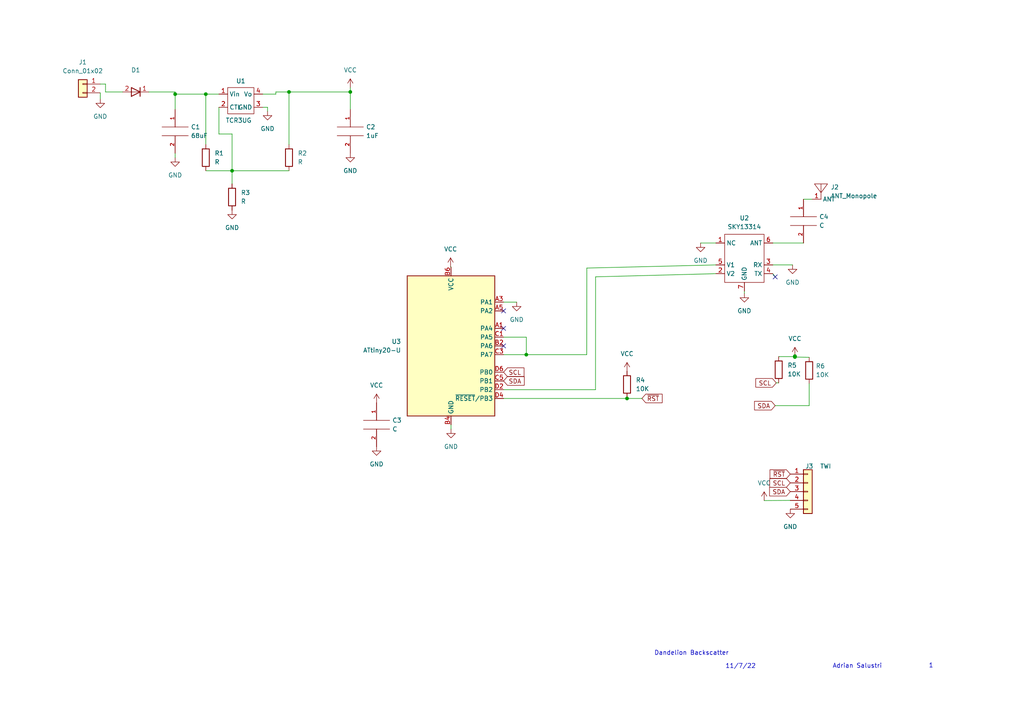
<source format=kicad_sch>
(kicad_sch (version 20211123) (generator eeschema)
  (paper "A4")
  (lib_symbols
    (symbol "Connector_Generic:Conn_01x02" (pin_names (offset 1.016) hide)
      (property "Reference" "J" (at 0 2.54 0))
      (property "Value" "Conn_01x02" (at 0 -5.08 0))
      (symbol "Conn_01x02_1_1"
        (rectangle (start -1.27 -2.413) (end 0 -2.667) (stroke (width 0.1524)))
        (rectangle (start -1.27 0.127) (end 0 -0.127) (stroke (width 0.1524)))
        (rectangle (start -1.27 1.27) (end 1.27 -3.81) (stroke (width 0.254)) (fill (type background)))
        (pin passive line (at -5.08 0 0) (length 3.81) (name "Pin_1") (number "1"))
        (pin passive line (at -5.08 -2.54 0) (length 3.81) (name "Pin_2") (number "2"))
      )
    )
    (symbol "Connector_Generic:Conn_01x05" (pin_names (offset 1.016) hide)
      (property "Reference" "J" (at 0 7.62 0))
      (property "Value" "Conn_01x05" (at 0 -7.62 0))
      (symbol "Conn_01x05_1_1"
        (rectangle (start -1.27 -4.953) (end 0 -5.207) (stroke (width 0.1524)))
        (rectangle (start -1.27 -2.413) (end 0 -2.667) (stroke (width 0.1524)))
        (rectangle (start -1.27 0.127) (end 0 -0.127) (stroke (width 0.1524)))
        (rectangle (start -1.27 2.667) (end 0 2.413) (stroke (width 0.1524)))
        (rectangle (start -1.27 5.207) (end 0 4.953) (stroke (width 0.1524)))
        (rectangle (start -1.27 6.35) (end 1.27 -6.35) (stroke (width 0.254)) (fill (type background)))
        (pin passive line (at -5.08 5.08 0) (length 3.81) (name "Pin_1") (number "1"))
        (pin passive line (at -5.08 2.54 0) (length 3.81) (name "Pin_2") (number "2"))
        (pin passive line (at -5.08 0 0) (length 3.81) (name "Pin_3") (number "3"))
        (pin passive line (at -5.08 -2.54 0) (length 3.81) (name "Pin_4") (number "4"))
        (pin passive line (at -5.08 -5.08 0) (length 3.81) (name "Pin_5") (number "5"))
      )
    )
    (symbol "Device:D" (pin_names (offset 1.016) hide)
      (property "Reference" "D" (at 0 2.54 0))
      (property "Value" "D" (at 0 -2.54 0))
      (symbol "D_0_1"
        (polyline (pts (xy -1.27 1.27) (xy -1.27 -1.27)) (stroke (width 0.254)))
        (polyline (pts (xy 1.27 0) (xy -1.27 0)))
        (polyline (pts (xy 1.27 1.27) (xy 1.27 -1.27) (xy -1.27 0) (xy 1.27 1.27)) (stroke (width 0.254)))
      )
      (symbol "D_1_1"
        (pin passive line (at -3.81 0 0) (length 2.54) (name "K") (number "1"))
        (pin passive line (at 3.81 0 180) (length 2.54) (name "A") (number "2"))
      )
    )
    (symbol "Device:R" (pin_numbers hide) (pin_names (offset 0))
      (property "Reference" "R" (at 2.032 0 90))
      (property "Value" "R" (at 0 0 90))
      (symbol "R_0_1"
        (rectangle (start -1.016 -2.54) (end 1.016 2.54) (stroke (width 0.254)))
      )
      (symbol "R_1_1"
        (pin passive line (at 0 3.81 270) (length 1.27) (name "~") (number "1"))
        (pin passive line (at 0 -3.81 90) (length 1.27) (name "~") (number "2"))
      )
    )
    (symbol "MCU_Microchip_ATtiny:ATtiny20-U"
      (property "Reference" "U" (at -12.7 21.59 0))
      (property "Value" "ATtiny20-U" (at 2.54 -21.59 0))
      (symbol "ATtiny20-U_0_1"
        (rectangle (start -12.7 -20.32) (end 12.7 20.32) (stroke (width 0.254)) (fill (type background)))
      )
      (symbol "ATtiny20-U_1_1"
        (pin bidirectional line (at 15.24 5.08 180) (length 2.54) (name "PA4") (number "A1"))
        (pin bidirectional line (at 15.24 12.7 180) (length 2.54) (name "PA1") (number "A3"))
        (pin bidirectional line (at 15.24 10.16 180) (length 2.54) (name "PA2") (number "A5"))
        (pin bidirectional line (at 15.24 0 180) (length 2.54) (name "PA6") (number "B2"))
        (pin power_in line (at 0 -22.86 90) (length 2.54) (name "GND") (number "B4"))
        (pin power_in line (at 0 22.86 270) (length 2.54) (name "VCC") (number "B6"))
        (pin bidirectional line (at 15.24 2.54 180) (length 2.54) (name "PA5") (number "C1"))
        (pin bidirectional line (at 15.24 -2.54 180) (length 2.54) (name "PA7") (number "C3"))
        (pin bidirectional line (at 15.24 -10.16 180) (length 2.54) (name "PB1") (number "C5"))
        (pin bidirectional line (at 15.24 -12.7 180) (length 2.54) (name "PB2") (number "D2"))
        (pin bidirectional line (at 15.24 -15.24 180) (length 2.54) (name "~{RESET}/PB3") (number "D4"))
        (pin bidirectional line (at 15.24 -7.62 180) (length 2.54) (name "PB0") (number "D6"))
      )
    )
    (symbol "power:GND" (power) (pin_names (offset 0))
      (property "Value" "GND" (at 0 -3.81 0))
      (symbol "GND_0_1"
        (polyline (pts (xy 0 0) (xy 0 -1.27) (xy 1.27 -1.27) (xy 0 -2.54) (xy -1.27 -1.27) (xy 0 -1.27)))
      )
      (symbol "GND_1_1"
        (pin power_in line (at 0 0 270) (length 0) hide (name "GND") (number "1"))
      )
    )
    (symbol "power:VCC" (power) (pin_names (offset 0))
      (property "Value" "VCC" (at 0 3.81 0))
      (symbol "VCC_0_1"
        (polyline (pts (xy -0.762 1.27) (xy 0 2.54)))
        (polyline (pts (xy 0 0) (xy 0 2.54)))
        (polyline (pts (xy 0 2.54) (xy 0.762 1.27)))
      )
      (symbol "VCC_1_1"
        (pin power_in line (at 0 0 90) (length 0) hide (name "VCC") (number "1"))
      )
    )
    (symbol "pspice:C" (pin_names (offset 0.254))
      (property "Reference" "C" (at 2.54 3.81 90))
      (property "Value" "C" (at 2.54 -3.81 90))
      (symbol "C_0_1"
        (polyline (pts (xy -3.81 -1.27) (xy 3.81 -1.27)))
        (polyline (pts (xy -3.81 1.27) (xy 3.81 1.27)))
      )
      (symbol "C_1_1"
        (pin passive line (at 0 6.35 270) (length 5.08) (name "~") (number "1"))
        (pin passive line (at 0 -6.35 90) (length 5.08) (name "~") (number "2"))
      )
    )
    (symbol "rf_backscatter:ANT_Monopole"
      (property "Reference" "J" (at -4.445 1.27 0))
      (property "Value" "ANT_Monopole" (at -0.635 3.81 0))
      (symbol "ANT_Monopole_0_1"
        (polyline (pts (xy 0 -2.54) (xy 0 -0.635) (xy -1.905 1.905) (xy 1.905 1.905) (xy 0 -0.635) (xy 0 1.905)))
      )
      (symbol "ANT_Monopole_1_1"
        (pin input line (at -2.54 -2.54 0) (length 2.54) (name "ANT") (number "1"))
      )
    )
    (symbol "rf_backscatter:SKY13314"
      (property "Reference" "U" (at -1.905 8.255 0))
      (property "Value" "SKY13314" (at 0 1.905 0))
      (symbol "SKY13314_0_1"
        (rectangle (start -5.715 6.985) (end 5.715 -6.985))
      )
      (symbol "SKY13314_1_1"
        (pin passive line (at -8.255 4.445 0) (length 2.54) (name "NC") (number "1"))
        (pin input line (at -8.255 -4.445 0) (length 2.54) (name "V2") (number "2"))
        (pin input line (at 8.255 -1.905 180) (length 2.54) (name "RX") (number "3"))
        (pin output line (at 8.255 -4.445 180) (length 2.54) (name "TX") (number "4"))
        (pin input line (at -8.255 -1.905 0) (length 2.54) (name "V1") (number "5"))
        (pin output line (at 8.255 4.445 180) (length 2.54) (name "ANT") (number "6"))
        (pin input line (at 0 -9.525 90) (length 2.54) (name "GND") (number "7"))
      )
    )
    (symbol "rf_backscatter:TCR3UG"
      (property "Reference" "U" (at 0 5.715 0))
      (property "Value" "TCR3UG" (at -0.635 -5.715 0))
      (symbol "TCR3UG_0_1"
        (rectangle (start -3.81 3.81) (end 3.81 -3.81))
      )
      (symbol "TCR3UG_1_1"
        (pin input line (at -6.35 1.905 0) (length 2.54) (name "Vin") (number "1"))
        (pin input line (at -6.35 -1.905 0) (length 2.54) (name "CTL") (number "2"))
        (pin input line (at 6.35 -1.905 180) (length 2.54) (name "GND") (number "3"))
        (pin input line (at 6.35 1.905 180) (length 2.54) (name "Vo") (number "4"))
      )
    )
  )
  (junction (at 59.69 27.305))
  (junction (at 230.5558 103.4288))
  (junction (at 83.82 26.67))
  (junction (at 50.8 27.305))
  (junction (at 101.6 26.67))
  (junction (at 230.5558 103.3018))
  (junction (at 181.864 115.57))
  (junction (at 230.5558 103.5558))
  (junction (at 152.654 102.87))
  (junction (at 67.31 49.53))
  (no_connect (at 146.05 100.33))
  (no_connect (at 146.05 90.17))
  (no_connect (at 146.05 95.25))
  (no_connect (at 224.8408 80.3148))
  (wire (pts (xy 146.05 102.87) (xy 152.654 102.87)))
  (wire (pts (xy 63.5 31.115) (xy 63.5 38.862)))
  (wire (pts (xy 149.86 87.63) (xy 146.05 87.63)))
  (wire (pts (xy 215.9 84.455) (xy 215.9 85.09)))
  (wire (pts (xy 59.69 27.305) (xy 59.69 41.91)))
  (wire (pts (xy 225.8568 103.4288) (xy 230.5558 103.4288)))
  (wire (pts (xy 80.01 26.67) (xy 83.82 26.67)))
  (wire (pts (xy 83.82 26.67) (xy 83.82 41.91)))
  (wire (pts (xy 63.5 38.862) (xy 67.31 38.862)))
  (wire (pts (xy 67.31 49.53) (xy 67.31 53.34)))
  (wire (pts (xy 146.05 97.79) (xy 152.654 97.79)))
  (wire (pts (xy 172.72 113.03) (xy 172.7454 80.2894)))
  (wire (pts (xy 67.31 38.862) (xy 67.31 49.53)))
  (wire (pts (xy 130.81 77.47) (xy 130.683 77.343)))
  (wire (pts (xy 67.31 49.53) (xy 83.82 49.53)))
  (wire (pts (xy 221.6404 145.1864) (xy 229.2096 145.1356)))
  (wire (pts (xy 170.18 102.87) (xy 170.2054 77.7494)))
  (wire (pts (xy 224.8408 80.3148) (xy 224.155 79.375)))
  (wire (pts (xy 233.045 70.485) (xy 224.155 70.485)))
  (wire (pts (xy 30.607 26.67) (xy 30.607 24.384)))
  (wire (pts (xy 101.6 26.67) (xy 101.6 31.75)))
  (wire (pts (xy 30.607 24.384) (xy 29.083 24.384)))
  (wire (pts (xy 230.5558 103.4288) (xy 230.5558 103.3018)))
  (wire (pts (xy 152.654 102.87) (xy 170.18 102.87)))
  (wire (pts (xy 234.696 111.252) (xy 234.696 117.6528)))
  (wire (pts (xy 50.8 27.305) (xy 50.8 31.75)))
  (wire (pts (xy 101.6 25.4) (xy 101.6 26.67)))
  (wire (pts (xy 76.2 31.115) (xy 77.597 31.115)))
  (wire (pts (xy 224.8408 117.6528) (xy 234.696 117.6528)))
  (wire (pts (xy 234.696 103.632) (xy 230.5558 103.5558)))
  (wire (pts (xy 50.8 26.67) (xy 50.8 27.305)))
  (wire (pts (xy 146.05 113.03) (xy 172.72 113.03)))
  (wire (pts (xy 35.56 26.67) (xy 30.607 26.67)))
  (wire (pts (xy 152.654 97.79) (xy 152.654 102.87)))
  (wire (pts (xy 59.69 27.305) (xy 63.5 27.305)))
  (wire (pts (xy 59.69 49.53) (xy 67.31 49.53)))
  (wire (pts (xy 181.864 115.316) (xy 181.864 115.57)))
  (wire (pts (xy 43.18 26.67) (xy 50.8 26.67)))
  (wire (pts (xy 130.81 123.19) (xy 130.81 124.46)))
  (wire (pts (xy 229.87 76.835) (xy 224.155 76.835)))
  (wire (pts (xy 203.2 70.485) (xy 207.645 70.485)))
  (wire (pts (xy 77.597 31.115) (xy 77.597 32.258)))
  (wire (pts (xy 181.864 115.57) (xy 186.182 115.57)))
  (wire (pts (xy 76.2 27.305) (xy 80.01 27.305)))
  (wire (pts (xy 50.8 44.45) (xy 50.8 45.72)))
  (wire (pts (xy 29.083 28.702) (xy 29.083 26.924)))
  (wire (pts (xy 181.864 115.57) (xy 146.05 115.57)))
  (wire (pts (xy 225.1456 111.0488) (xy 225.8568 111.0488)))
  (wire (pts (xy 235.585 57.785) (xy 233.045 57.785)))
  (wire (pts (xy 50.8 27.305) (xy 59.69 27.305)))
  (wire (pts (xy 172.7454 80.2894) (xy 207.645 79.375)))
  (wire (pts (xy 230.5558 103.5558) (xy 230.5558 103.4288)))
  (wire (pts (xy 83.82 26.67) (xy 101.6 26.67)))
  (wire (pts (xy 80.01 27.305) (xy 80.01 26.67)))
  (wire (pts (xy 170.2054 77.7494) (xy 207.645 76.835)))
  (text "1" (at 269.3416 193.9036 0) (effects (font (size 1.27 1.27)) (justify left bottom)))
  (text "Dandelion Backscatter" (at 189.738 190.246 0) (effects (font (size 1.27 1.27)) (justify left bottom)))
  (text "11/7/22\n" (at 210.3628 194.056 0) (effects (font (size 1.27 1.27)) (justify left bottom)))
  (text "Adrian Salustri\n" (at 241.4524 194.0052 0) (effects (font (size 1.27 1.27)) (justify left bottom)))
  (global_label "~{RST}" (shape input) (at 229.2096 137.5156 180) (property "Intersheet References" "${INTERSHEET_REFS}" (effects hide)))
  (global_label "SCL" (shape input) (at 225.1456 111.0488 180) (property "Intersheet References" "${INTERSHEET_REFS}" (effects hide)))
  (global_label "SDA" (shape input) (at 224.8408 117.6528 180) (property "Intersheet References" "${INTERSHEET_REFS}" (effects hide)))
  (global_label "SCL" (shape input) (at 146.05 107.95 0) (property "Intersheet References" "${INTERSHEET_REFS}" (effects hide)))
  (global_label "SDA" (shape input) (at 229.2096 142.5956 180) (property "Intersheet References" "${INTERSHEET_REFS}" (effects hide)))
  (global_label "SCL" (shape input) (at 229.2096 140.0556 180) (property "Intersheet References" "${INTERSHEET_REFS}" (effects hide)))
  (global_label "SDA" (shape input) (at 146.05 110.49 0) (property "Intersheet References" "${INTERSHEET_REFS}" (effects hide)))
  (global_label "~{RST}" (shape input) (at 186.182 115.57 0) (property "Intersheet References" "${INTERSHEET_REFS}" (effects hide)))
  (symbol (lib_id "Device:R") (at 181.864 111.506 0) (unit 1)
    (property "Reference" "R4" (at 184.404 110.2359 0) (effects (justify left)))
    (property "Value" "10K" (at 184.404 112.7759 0) (effects (justify left)))
    (property "Footprint" "Resistor_SMD:R_0402_1005Metric" (effects hide))
    (property "Notes" "0402 Metric" (effects hide))
  )
  (symbol (lib_id "power:GND") (at 50.8 45.72 0) (unit 1)
    (property "Reference" "#PWR0114" (effects hide))
    (property "Value" "GND" (at 50.8 50.8 0))
  )
  (symbol (lib_id "power:GND") (at 67.31 60.96 0) (unit 1)
    (property "Reference" "#PWR0110" (effects hide))
    (property "Value" "GND" (at 67.31 66.04 0))
  )
  (symbol (lib_id "power:GND") (at 101.6 44.45 0) (unit 1)
    (property "Reference" "#PWR0113" (effects hide))
    (property "Value" "GND" (at 101.6 49.53 0))
  )
  (symbol (lib_id "power:GND") (at 215.9 85.09 0) (unit 1)
    (property "Reference" "#PWR0104" (effects hide))
    (property "Value" "GND" (at 215.9 90.17 0))
  )
  (symbol (lib_id "Connector_Generic:Conn_01x02") (at 24.003 24.384 0) (mirror y) (unit 1)
    (property "Reference" "J1" (at 24.003 18.034 0))
    (property "Value" "Conn_01x02" (at 24.003 20.574 0))
    (property "Footprint" "wind-dispersed-rf-footprints:Dandelion_PVcell_connector" (effects hide))
  )
  (symbol (lib_id "pspice:C") (at 233.045 64.135 0) (unit 1)
    (property "Reference" "C4" (at 237.617 62.8649 0) (effects (justify left)))
    (property "Value" "C" (at 237.617 65.4049 0) (effects (justify left)))
    (property "Footprint" "Capacitor_SMD:C_0402_1005Metric_Pad0.74x0.62mm_HandSolder" (effects hide))
  )
  (symbol (lib_id "MCU_Microchip_ATtiny:ATtiny20-U") (at 130.81 100.33 0) (unit 1)
    (property "Reference" "U3" (at 116.332 99.0599 0) (effects (justify right)))
    (property "Value" "ATtiny20-U" (at 116.332 101.5999 0) (effects (justify right)))
    (property "Footprint" "Package_CSP:WLCSP-12_1.403x1.555mm_P0.4mm_Stagger" (effects hide))
    (property "Datasheet" "http://ww1.microchip.com/downloads/en/DeviceDoc/atmel-8235-8-bit-avr-microcontroller-attiny20_datasheet.pdf" (effects hide))
  )
  (symbol (lib_id "power:VCC") (at 109.22 116.84 0) (unit 1)
    (property "Reference" "#PWR0107" (effects hide))
    (property "Value" "VCC" (at 109.22 111.76 0))
  )
  (symbol (lib_id "power:VCC") (at 181.864 107.696 0) (unit 1)
    (property "Reference" "#PWR0105" (effects hide))
    (property "Value" "VCC" (at 181.864 102.616 0))
  )
  (symbol (lib_id "pspice:C") (at 50.8 38.1 0) (unit 1)
    (property "Reference" "C1" (at 55.372 36.8299 0) (effects (justify left)))
    (property "Value" "68uF" (at 55.372 39.3699 0) (effects (justify left)))
    (property "Footprint" "Capacitor_SMD:C_0603_1608Metric_Pad1.08x0.95mm_HandSolder" (effects hide))
  )
  (symbol (lib_id "Device:R") (at 59.69 45.72 0) (unit 1)
    (property "Reference" "R1" (at 62.23 44.4499 0) (effects (justify left)))
    (property "Value" "R" (at 62.23 46.9899 0) (effects (justify left)))
    (property "Footprint" "Resistor_SMD:R_0402_1005Metric_Pad0.72x0.64mm_HandSolder" (effects hide))
  )
  (symbol (lib_id "power:VCC") (at 221.6404 145.1864 0) (unit 1)
    (property "Reference" "#PWR0102" (effects hide))
    (property "Value" "VCC" (at 221.6404 140.1064 0))
  )
  (symbol (lib_id "rf_backscatter:TCR3UG") (at 69.85 29.21 0) (unit 1)
    (property "Reference" "U1" (at 69.85 23.495 0))
    (property "Value" "TCR3UG" (at 69.215 34.925 0))
    (property "Footprint" "wind-dispersed-rf-footprints:TCR3UG" (effects hide))
    (property "Datasheet" "https://www.digikey.com/en/products/detail/toshiba-semiconductor-and-storage/TCR3UG28A-LF/7802136" (effects hide))
  )
  (symbol (lib_id "power:VCC") (at 230.5558 103.3018 0) (unit 1)
    (property "Reference" "#PWR01" (effects hide))
    (property "Value" "VCC" (at 230.5558 98.2218 0))
  )
  (symbol (lib_id "power:GND") (at 109.22 129.54 0) (unit 1)
    (property "Reference" "#PWR0109" (effects hide))
    (property "Value" "GND" (at 109.22 134.62 0))
  )
  (symbol (lib_id "Device:R") (at 225.8568 107.2388 0) (unit 1)
    (property "Reference" "R5" (at 228.3968 105.9687 0) (effects (justify left)))
    (property "Value" "10K" (at 228.3968 108.5087 0) (effects (justify left)))
    (property "Footprint" "Resistor_SMD:R_0402_1005Metric" (effects hide))
    (property "Notes" "0402 Metric" (effects hide))
  )
  (symbol (lib_id "power:GND") (at 149.86 87.63 0) (unit 1)
    (property "Reference" "#PWR?" (effects hide))
    (property "Value" "GND" (at 149.86 92.71 0))
  )
  (symbol (lib_id "power:GND") (at 203.2 70.485 0) (unit 1)
    (property "Reference" "#PWR0116" (effects hide))
    (property "Value" "GND" (at 203.2 75.565 0))
  )
  (symbol (lib_id "pspice:C") (at 101.6 38.1 0) (unit 1)
    (property "Reference" "C2" (at 106.172 36.8299 0) (effects (justify left)))
    (property "Value" "1uF" (at 106.172 39.3699 0) (effects (justify left)))
    (property "Footprint" "Capacitor_SMD:C_0402_1005Metric_Pad0.74x0.62mm_HandSolder" (effects hide))
  )
  (symbol (lib_id "pspice:C") (at 109.22 123.19 0) (unit 1)
    (property "Reference" "C3" (at 113.792 121.9199 0) (effects (justify left)))
    (property "Value" "C" (at 113.792 124.4599 0) (effects (justify left)))
    (property "Footprint" "Capacitor_SMD:C_0402_1005Metric_Pad0.74x0.62mm_HandSolder" (effects hide))
  )
  (symbol (lib_id "power:GND") (at 130.81 124.46 0) (unit 1)
    (property "Reference" "#PWR0108" (effects hide))
    (property "Value" "GND" (at 130.81 129.54 0))
  )
  (symbol (lib_id "rf_backscatter:SKY13314") (at 215.9 74.93 0) (unit 1)
    (property "Reference" "U2" (at 215.9 63.246 0))
    (property "Value" "SKY13314" (at 215.9 65.786 0))
    (property "Footprint" "wind-dispersed-rf-footprints:SKY13314-374LF" (effects hide))
    (property "Datasheet" "https://www.skyworksinc.com/-/media/SkyWorks/Documents/Products/101-200/SKY13314_374LF_200882J.pdf" (effects hide))
  )
  (symbol (lib_id "power:GND") (at 77.597 32.258 0) (unit 1)
    (property "Reference" "#PWR0112" (effects hide))
    (property "Value" "GND" (at 77.597 37.338 0))
  )
  (symbol (lib_id "Device:R") (at 83.82 45.72 0) (unit 1)
    (property "Reference" "R2" (at 86.36 44.4499 0) (effects (justify left)))
    (property "Value" "R" (at 86.36 46.9899 0) (effects (justify left)))
    (property "Footprint" "Resistor_SMD:R_0402_1005Metric_Pad0.72x0.64mm_HandSolder" (effects hide))
  )
  (symbol (lib_id "power:GND") (at 29.083 28.702 0) (unit 1)
    (property "Reference" "#PWR0115" (effects hide))
    (property "Value" "GND" (at 29.083 33.782 0))
  )
  (symbol (lib_id "Device:R") (at 67.31 57.15 0) (unit 1)
    (property "Reference" "R3" (at 69.85 55.8799 0) (effects (justify left)))
    (property "Value" "R" (at 69.85 58.4199 0) (effects (justify left)))
    (property "Footprint" "Resistor_SMD:R_0402_1005Metric_Pad0.72x0.64mm_HandSolder" (effects hide))
  )
  (symbol (lib_id "power:VCC") (at 101.6 25.4 0) (unit 1)
    (property "Reference" "#PWR0111" (effects hide))
    (property "Value" "VCC" (at 101.6 20.32 0))
  )
  (symbol (lib_id "Device:R") (at 234.696 107.442 180) (unit 1)
    (property "Reference" "R6" (at 236.601 106.1719 0) (effects (justify right)))
    (property "Value" "10K" (at 236.601 108.7119 0) (effects (justify right)))
    (property "Footprint" "Resistor_SMD:R_0402_1005Metric" (effects hide))
    (property "Notes" "0402 Metric" (effects hide))
  )
  (symbol (lib_id "power:GND") (at 229.2096 147.6756 0) (unit 1)
    (property "Reference" "#PWR0106" (effects hide))
    (property "Value" "GND" (at 229.2096 152.7556 0))
  )
  (symbol (lib_id "Device:D") (at 39.37 26.67 180) (unit 1)
    (property "Reference" "D1" (at 39.37 20.32 0))
    (property "Value" "D" (effects hide))
    (property "Footprint" "wind-dispersed-rf-footprints:SOD882" (effects hide))
  )
  (symbol (lib_id "Connector_Generic:Conn_01x05") (at 234.2896 142.5956 0) (unit 1)
    (property "Reference" "J3" (at 233.5276 135.2296 0) (effects (justify left)))
    (property "Value" "TWI" (at 237.8456 135.2296 0) (effects (justify left)))
    (property "Footprint" "wind-dispersed-rf-footprints:ATtiny20_TPI-I2C-HDR" (effects hide))
  )
  (symbol (lib_id "power:VCC") (at 130.683 77.343 0) (unit 1)
    (property "Reference" "#PWR0101" (effects hide))
    (property "Value" "VCC" (at 130.683 72.263 0))
  )
  (symbol (lib_id "rf_backscatter:ANT_Monopole") (at 238.125 55.245 0) (unit 1)
    (property "Reference" "J2" (at 240.919 54.2924 0) (effects (justify left)))
    (property "Value" "ANT_Monopole" (at 240.919 56.8324 0) (effects (justify left)))
    (property "Footprint" "wind-dispersed-rf-footprints:monopole_wire_antenna" (effects hide))
  )
  (symbol (lib_id "power:GND") (at 229.87 76.835 0) (unit 1)
    (property "Reference" "#PWR0103" (effects hide))
    (property "Value" "GND" (at 229.87 81.915 0))
  )
)
</source>
